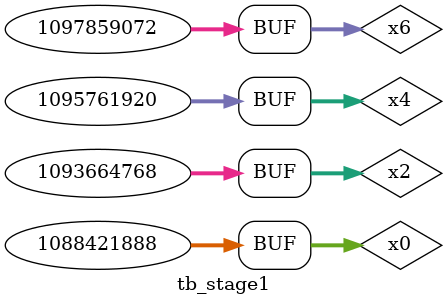
<source format=v>
module tb_stage1();

reg [31:0] x0,x4,x2,x6;
wire [31:0] y0r,y1r,y2r,y3r,y0i,y1i,y2i,y3i;

stage1 s1(x0,x4,x2,x6, y0r,y0i,y1r,y1i,y2r,y2i,y3r,y3i);

initial 
begin
x0=32'b01000000111000000000000000000000;
x4=32'b01000001010100000000000000000000;
x2=32'b01000001001100000000000000000000;
x6=32'b01000001011100000000000000000000;
end

initial $monitor ("y0r=%b,y0i=%b,\ny1r=%b,y1i=%b,\ny2r=%b,y2i=%b,\ny3r=%b,y3i=%b\n",y0r,y0i,y1r,y1i,y2r,y2i,y3r,y3i);

endmodule

</source>
